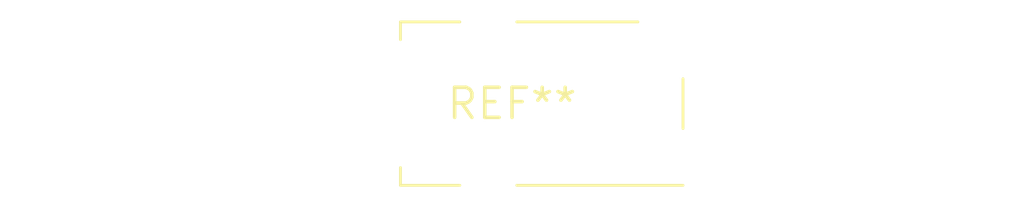
<source format=kicad_pcb>
(kicad_pcb (version 20240108) (generator pcbnew)
  (layers (0 "F.Cu" signal) (31 "B.Cu" signal) (34 "B.Paste" user) (35 "F.Paste" user) (36 "B.SilkS" user "B.Silkscreen") (37 "F.SilkS" user "F.Silkscreen") (38 "B.Mask" user) (39 "F.Mask" user) (44 "Edge.Cuts" user))
  (net 0 "")
  (footprint "Jack_3.5mm_Switronic_ST-005-G_horizontal" (layer "F.Cu") (at 0 0)
    (property "Reference" "REF**")
    (property "Value" "Jack_3.5mm_Switronic_ST-005-G_horizontal")
    (fp_line (start -4.7 -3.45) (end -2.2 -3.45) (layer "F.SilkS") (stroke (width 0.12)))
    (fp_line (start -4.7 -2.7) (end -4.7 -3.45) (layer "F.SilkS") (stroke (width 0.12)))
    (fp_line (start -4.7 3.45) (end -4.7 2.7) (layer "F.SilkS") (stroke (width 0.12)))
    (fp_line (start -2.2 3.45) (end -4.7 3.45) (layer "F.SilkS") (stroke (width 0.12)))
    (fp_line (start 0.2 -3.45) (end 5.3 -3.45) (layer "F.SilkS") (stroke (width 0.12)))
    (fp_line (start 0.2 3.45) (end 7.2 3.45) (layer "F.SilkS") (stroke (width 0.12)))
    (fp_line (start 7.2 -1.05) (end 7.2 1.05) (layer "F.SilkS") (stroke (width 0.12)))
    (pad "" np_thru_hole circle (at 2.5 -2.5) (size 1 1) (drill 1) (layers *.Cu *.Mask))
    (pad "" np_thru_hole circle (at 2.5 2.5) (size 1 1) (drill 1) (layers *.Cu *.Mask))
    (pad "R" thru_hole rect (at 6.5 -2.25) (size 1.9 1.9) (drill 1.2) (layers *.Cu *.Mask) (remove_unused_layers))
    (pad "S" thru_hole circle (at 6.5 2.25) (size 1.9 1.9) (drill 1.2) (layers *.Cu *.Mask) (remove_unused_layers))
    (pad "T" thru_hole circle (at -1 -2.9) (size 1.9 1.9) (drill 1.2) (layers *.Cu *.Mask) (remove_unused_layers))
    (pad "T" thru_hole circle (at -1 2.9) (size 1.9 1.9) (drill 1.2) (layers *.Cu *.Mask) (remove_unused_layers))
  )
)
</source>
